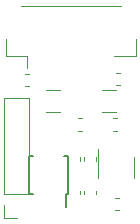
<source format=gbr>
G04 #@! TF.GenerationSoftware,KiCad,Pcbnew,(5.1.0-0)*
G04 #@! TF.CreationDate,2019-06-19T09:49:27-07:00*
G04 #@! TF.ProjectId,differential_i2c,64696666-6572-4656-9e74-69616c5f6932,rev?*
G04 #@! TF.SameCoordinates,Original*
G04 #@! TF.FileFunction,Legend,Bot*
G04 #@! TF.FilePolarity,Positive*
%FSLAX46Y46*%
G04 Gerber Fmt 4.6, Leading zero omitted, Abs format (unit mm)*
G04 Created by KiCad (PCBNEW (5.1.0-0)) date 2019-06-19 09:49:27*
%MOMM*%
%LPD*%
G04 APERTURE LIST*
%ADD10C,0.120000*%
%ADD11C,0.150000*%
G04 APERTURE END LIST*
D10*
X108340000Y-63660000D02*
X109400000Y-63660000D01*
X108340000Y-62600000D02*
X108340000Y-63660000D01*
X108340000Y-61600000D02*
X110460000Y-61600000D01*
X110460000Y-61600000D02*
X110460000Y-53540000D01*
X108340000Y-61600000D02*
X108340000Y-53540000D01*
X108340000Y-53540000D02*
X110460000Y-53540000D01*
X116290000Y-60280000D02*
X116290000Y-57850000D01*
X119360000Y-58520000D02*
X119360000Y-60280000D01*
X118150279Y-52410000D02*
X117824721Y-52410000D01*
X118150279Y-51390000D02*
X117824721Y-51390000D01*
X116647936Y-52840000D02*
X117852064Y-52840000D01*
X116647936Y-54660000D02*
X117852064Y-54660000D01*
X117587221Y-55240000D02*
X117912779Y-55240000D01*
X117587221Y-56260000D02*
X117912779Y-56260000D01*
X110412779Y-52510000D02*
X110087221Y-52510000D01*
X110412779Y-51490000D02*
X110087221Y-51490000D01*
X113102064Y-54660000D02*
X111897936Y-54660000D01*
X113102064Y-52840000D02*
X111897936Y-52840000D01*
X114912779Y-56260000D02*
X114587221Y-56260000D01*
X114912779Y-55240000D02*
X114587221Y-55240000D01*
X109785000Y-45690000D02*
X118215000Y-45690000D01*
X119485000Y-49960000D02*
X117685000Y-49960000D01*
X119485000Y-48510000D02*
X119485000Y-49960000D01*
X110315000Y-49960000D02*
X110315000Y-50950000D01*
X108515000Y-49960000D02*
X110315000Y-49960000D01*
X108515000Y-48510000D02*
X108515000Y-49960000D01*
X114810000Y-58537221D02*
X114810000Y-58862779D01*
X113790000Y-58537221D02*
X113790000Y-58862779D01*
X115090000Y-61662779D02*
X115090000Y-61337221D01*
X116110000Y-61662779D02*
X116110000Y-61337221D01*
X117737221Y-61990000D02*
X118062779Y-61990000D01*
X117737221Y-63010000D02*
X118062779Y-63010000D01*
X113790000Y-61662779D02*
X113790000Y-61337221D01*
X114810000Y-61662779D02*
X114810000Y-61337221D01*
X116110000Y-58537221D02*
X116110000Y-58862779D01*
X115090000Y-58537221D02*
X115090000Y-58862779D01*
D11*
X113725000Y-61625000D02*
X113550000Y-61625000D01*
X113725000Y-58375000D02*
X113450000Y-58375000D01*
X110475000Y-58375000D02*
X110750000Y-58375000D01*
X110475000Y-61625000D02*
X110750000Y-61625000D01*
X113725000Y-61625000D02*
X113725000Y-58375000D01*
X110475000Y-61625000D02*
X110475000Y-58375000D01*
X113550000Y-61625000D02*
X113550000Y-62700000D01*
M02*

</source>
